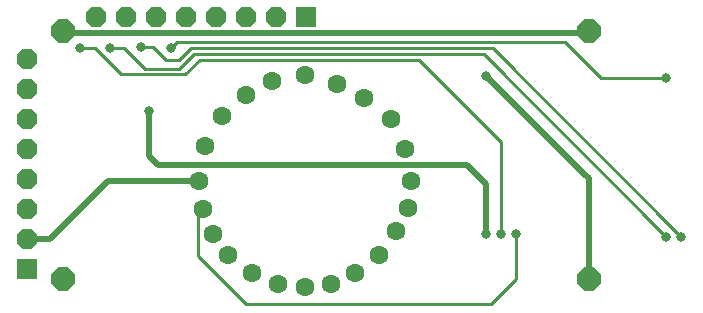
<source format=gbr>
%TF.GenerationSoftware,KiCad,Pcbnew,(6.0.6-0)*%
%TF.CreationDate,2022-07-18T23:30:02+08:00*%
%TF.ProjectId,VFD,5646442e-6b69-4636-9164-5f7063625858,rev?*%
%TF.SameCoordinates,Original*%
%TF.FileFunction,Copper,L1,Top*%
%TF.FilePolarity,Positive*%
%FSLAX46Y46*%
G04 Gerber Fmt 4.6, Leading zero omitted, Abs format (unit mm)*
G04 Created by KiCad (PCBNEW (6.0.6-0)) date 2022-07-18 23:30:02*
%MOMM*%
%LPD*%
G01*
G04 APERTURE LIST*
G04 Aperture macros list*
%AMFreePoly0*
4,1,13,0.835355,0.835355,0.850000,0.800000,0.850000,-0.800000,0.835355,-0.835355,0.800000,-0.850000,-0.800000,-0.850000,-0.835355,-0.835355,-0.850000,-0.800000,-0.850000,0.800000,-0.835355,0.835355,-0.800000,0.850000,0.800000,0.850000,0.835355,0.835355,0.835355,0.835355,$1*%
%AMFreePoly1*
4,1,17,0.366726,0.835355,0.835355,0.366726,0.850000,0.331371,0.850000,-0.331371,0.835355,-0.366727,0.366726,-0.835355,0.331371,-0.850000,-0.331371,-0.850000,-0.366727,-0.835355,-0.835355,-0.366726,-0.850000,-0.331371,-0.850000,0.331371,-0.835355,0.366726,-0.366727,0.835355,-0.331371,0.850000,0.331371,0.850000,0.366726,0.835355,0.366726,0.835355,$1*%
%AMFreePoly2*
4,1,17,0.428858,0.985355,0.985356,0.428858,1.000000,0.393503,1.000000,-0.393503,0.985356,-0.428858,0.428858,-0.985355,0.393503,-1.000000,-0.393503,-1.000000,-0.428858,-0.985356,-0.985355,-0.428858,-1.000000,-0.393503,-1.000000,0.393503,-0.985355,0.428858,-0.428858,0.985356,-0.393503,1.000000,0.393503,1.000000,0.428858,0.985355,0.428858,0.985355,$1*%
G04 Aperture macros list end*
%TA.AperFunction,ComponentPad*%
%ADD10C,1.600000*%
%TD*%
%TA.AperFunction,ComponentPad*%
%ADD11FreePoly0,180.000000*%
%TD*%
%TA.AperFunction,ComponentPad*%
%ADD12FreePoly1,180.000000*%
%TD*%
%TA.AperFunction,ComponentPad*%
%ADD13FreePoly0,90.000000*%
%TD*%
%TA.AperFunction,ComponentPad*%
%ADD14FreePoly1,90.000000*%
%TD*%
%TA.AperFunction,ComponentPad*%
%ADD15FreePoly2,90.000000*%
%TD*%
%TA.AperFunction,ViaPad*%
%ADD16C,0.800000*%
%TD*%
%TA.AperFunction,Conductor*%
%ADD17C,0.500000*%
%TD*%
%TA.AperFunction,Conductor*%
%ADD18C,0.250000*%
%TD*%
G04 APERTURE END LIST*
D10*
%TO.P,U3,1,F*%
%TO.N,/F1*%
X121048000Y-89027000D03*
%TO.P,U3,2,DP*%
%TO.N,Net-(U2-Pad26)*%
X121448000Y-91427000D03*
%TO.P,U3,3,d*%
%TO.N,Net-(U2-Pad25)*%
X122298000Y-93527000D03*
%TO.P,U3,4,c*%
%TO.N,Net-(U2-Pad24)*%
X123548000Y-95277000D03*
%TO.P,U3,5,e*%
%TO.N,Net-(U2-Pad23)*%
X125548000Y-96777000D03*
%TO.P,U3,6,NC*%
%TO.N,unconnected-(U3-Pad6)*%
X127798000Y-97777000D03*
%TO.P,U3,7,NC*%
%TO.N,unconnected-(U3-Pad7)*%
X130048000Y-98027000D03*
%TO.P,U3,8,NC*%
%TO.N,unconnected-(U3-Pad8)*%
X132298000Y-97777000D03*
%TO.P,U3,9,g*%
%TO.N,Net-(U2-Pad22)*%
X134298000Y-96777000D03*
%TO.P,U3,10,b*%
%TO.N,Net-(U2-Pad21)*%
X136298000Y-95277000D03*
%TO.P,U3,11,f*%
%TO.N,Net-(U2-Pad20)*%
X137798000Y-93277000D03*
%TO.P,U3,12,a*%
%TO.N,Net-(U2-Pad19)*%
X138798000Y-91277000D03*
%TO.P,U3,13,F*%
%TO.N,/F2*%
X139048000Y-89027000D03*
%TO.P,U3,14,d9*%
%TO.N,Net-(U2-Pad11)*%
X138548000Y-86277000D03*
%TO.P,U3,15,d1*%
%TO.N,Net-(U2-Pad10)*%
X137298000Y-83777000D03*
%TO.P,U3,16,d3*%
%TO.N,Net-(U2-Pad9)*%
X135048000Y-82027000D03*
%TO.P,U3,17,d5*%
%TO.N,Net-(U2-Pad8)*%
X132798000Y-80777000D03*
%TO.P,U3,18,d8*%
%TO.N,Net-(U2-Pad7)*%
X130048000Y-80027000D03*
%TO.P,U3,19,d7*%
%TO.N,Net-(U2-Pad6)*%
X127298000Y-80527000D03*
%TO.P,U3,20,d6*%
%TO.N,Net-(U2-Pad5)*%
X125048000Y-81777000D03*
%TO.P,U3,21,d4*%
%TO.N,Net-(U2-Pad4)*%
X123048000Y-83527000D03*
%TO.P,U3,22,d2*%
%TO.N,Net-(U2-Pad3)*%
X121548000Y-86027000D03*
%TD*%
D11*
%TO.P,J2,1,Pin_1*%
%TO.N,/F2*%
X106500000Y-96500000D03*
D12*
%TO.P,J2,2,Pin_2*%
%TO.N,/F1*%
X106500000Y-93960000D03*
%TO.P,J2,3,Pin_3*%
%TO.N,VCC*%
X106500000Y-91420000D03*
%TO.P,J2,4,Pin_4*%
%TO.N,/BLANK*%
X106500000Y-88880000D03*
%TO.P,J2,5,Pin_5*%
%TO.N,/CLK*%
X106500000Y-86340000D03*
%TO.P,J2,6,Pin_6*%
%TO.N,/LOAD*%
X106500000Y-83800000D03*
%TO.P,J2,7,Pin_7*%
%TO.N,/DIN*%
X106500000Y-81260000D03*
%TO.P,J2,8,Pin_8*%
%TO.N,GNDREF*%
X106500000Y-78720000D03*
%TD*%
D13*
%TO.P,J1,1,Pin_1*%
%TO.N,/F2*%
X130125000Y-75125000D03*
D14*
%TO.P,J1,2,Pin_2*%
%TO.N,/F1*%
X127585000Y-75125000D03*
%TO.P,J1,3,Pin_3*%
%TO.N,VCC*%
X125045000Y-75125000D03*
%TO.P,J1,4,Pin_4*%
%TO.N,/BLANK*%
X122505000Y-75125000D03*
%TO.P,J1,5,Pin_5*%
%TO.N,/CLK*%
X119965000Y-75125000D03*
%TO.P,J1,6,Pin_6*%
%TO.N,/LOAD*%
X117425000Y-75125000D03*
%TO.P,J1,7,Pin_7*%
%TO.N,/DIN*%
X114885000Y-75125000D03*
%TO.P,J1,8,Pin_8*%
%TO.N,GNDREF*%
X112345000Y-75125000D03*
%TD*%
D15*
%TO.P,U1,1,Pin_1*%
%TO.N,VCC*%
X109587500Y-97325000D03*
%TO.P,U1,2,Pin_2*%
%TO.N,GNDREF*%
X109587500Y-76325000D03*
%TO.P,U1,3,Pin_3*%
X154087500Y-76325000D03*
%TO.P,U1,4,Pin_4*%
%TO.N,/OUT+*%
X154087500Y-97325000D03*
%TD*%
D16*
%TO.N,/BLANK*%
X118743957Y-77722957D03*
X160655000Y-80264000D03*
%TO.N,/CLK*%
X161925000Y-93726000D03*
X116200234Y-77711500D03*
%TO.N,/LOAD*%
X113538000Y-77724000D03*
X160655000Y-93726000D03*
%TO.N,/DIN*%
X146685000Y-93472000D03*
X110998000Y-77724000D03*
%TO.N,VCC*%
X116840000Y-83058000D03*
X145415000Y-93472000D03*
%TO.N,/OUT+*%
X145415000Y-80137000D03*
%TO.N,Net-(U2-Pad26)*%
X147955000Y-93472000D03*
%TD*%
D17*
%TO.N,GNDREF*%
X109756758Y-76494258D02*
X109587500Y-76325000D01*
X154087500Y-76325000D02*
X153931005Y-76481495D01*
X121615762Y-76494258D02*
X109756758Y-76494258D01*
X121628525Y-76481495D02*
X121615762Y-76494258D01*
X153931005Y-76481495D02*
X121628525Y-76481495D01*
D18*
%TO.N,/BLANK*%
X152107400Y-77232998D02*
X155138402Y-80264000D01*
X155138402Y-80264000D02*
X160655000Y-80264000D01*
X119233916Y-77232998D02*
X152107400Y-77232998D01*
X118743957Y-77722957D02*
X119233916Y-77232998D01*
%TO.N,/CLK*%
X117211500Y-77711500D02*
X116200234Y-77711500D01*
X118250000Y-78750000D02*
X117211500Y-77711500D01*
X119421598Y-78750000D02*
X118250000Y-78750000D01*
X161925000Y-93726000D02*
X145939998Y-77740998D01*
X145939998Y-77740998D02*
X120430600Y-77740998D01*
X120430600Y-77740998D02*
X119421598Y-78750000D01*
%TO.N,/LOAD*%
X113538000Y-77724000D02*
X113564000Y-77750000D01*
X120637501Y-78240499D02*
X119378000Y-79500000D01*
X114750000Y-77750000D02*
X116500000Y-79500000D01*
X113564000Y-77750000D02*
X114750000Y-77750000D01*
X123452499Y-78240499D02*
X145169499Y-78240499D01*
X123452499Y-78240499D02*
X120637501Y-78240499D01*
X145169499Y-78240499D02*
X160655000Y-93726000D01*
X116500000Y-79500000D02*
X119378000Y-79500000D01*
%TO.N,/DIN*%
X114500000Y-80000000D02*
X112250000Y-77750000D01*
X111024000Y-77750000D02*
X110998000Y-77724000D01*
X139700000Y-78740000D02*
X121158000Y-78740000D01*
X119898000Y-80000000D02*
X114500000Y-80000000D01*
X112250000Y-77750000D02*
X111024000Y-77750000D01*
X121158000Y-78740000D02*
X119898000Y-80000000D01*
X146685000Y-85725000D02*
X139700000Y-78740000D01*
X146685000Y-93472000D02*
X146685000Y-85725000D01*
D17*
%TO.N,/F1*%
X108478000Y-93960000D02*
X106500000Y-93960000D01*
X121048000Y-89027000D02*
X113411000Y-89027000D01*
X113411000Y-89027000D02*
X108478000Y-93960000D01*
%TO.N,VCC*%
X116840000Y-86868000D02*
X116840000Y-83058000D01*
X145415000Y-93472000D02*
X145415000Y-89281000D01*
X117602000Y-87630000D02*
X116840000Y-86868000D01*
X145415000Y-89281000D02*
X143764000Y-87630000D01*
X143764000Y-87630000D02*
X117602000Y-87630000D01*
%TO.N,/OUT+*%
X154087500Y-88809500D02*
X153987500Y-88709500D01*
X153860500Y-88582500D02*
X145415000Y-80137000D01*
X154087500Y-97325000D02*
X154087500Y-88809500D01*
D18*
X153860500Y-88582500D02*
X153987500Y-88709500D01*
%TO.N,Net-(U2-Pad26)*%
X145796000Y-99441000D02*
X147955000Y-97282000D01*
X125095000Y-99441000D02*
X145796000Y-99441000D01*
X121031000Y-91794000D02*
X121031000Y-95377000D01*
X121298000Y-91527000D02*
X121031000Y-91794000D01*
X121031000Y-95377000D02*
X125095000Y-99441000D01*
X147955000Y-97282000D02*
X147955000Y-93472000D01*
%TD*%
M02*

</source>
